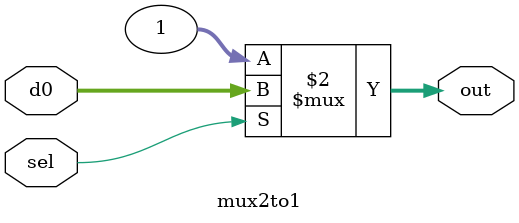
<source format=v>
`timescale 1ns / 1ps

module mux2to1(
        input  wire             sel,
        input  wire [31:0] d0,
        output wire [31:0] out
    );

    assign out = (sel == 1'b1) ? d0 : 32'b0000_0000_0000_0000_0000_0000_0000_0001;
    
endmodule

</source>
